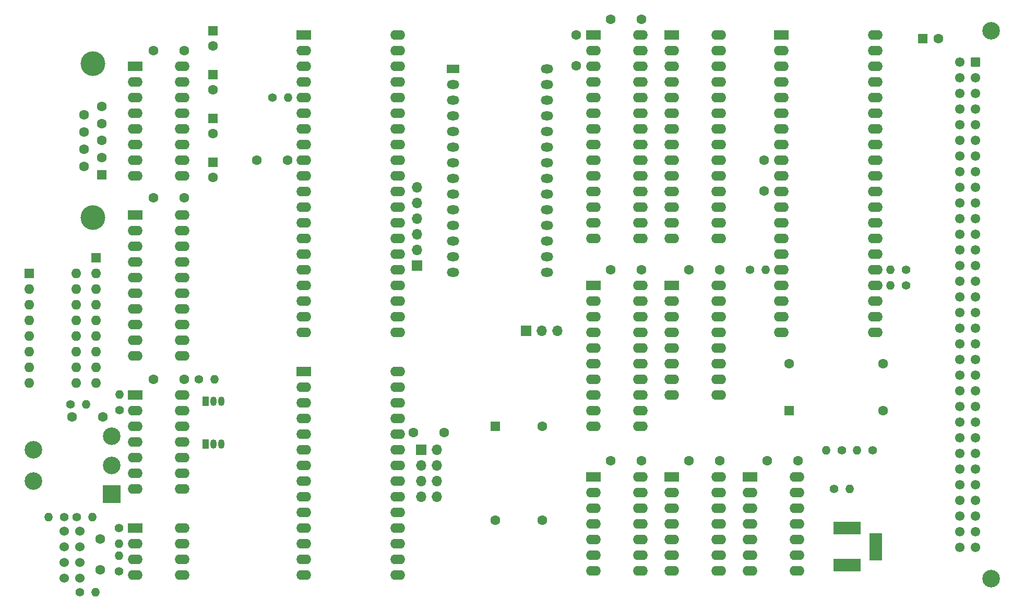
<source format=gbr>
%TF.GenerationSoftware,KiCad,Pcbnew,(6.0.4)*%
%TF.CreationDate,2022-09-27T18:30:23+02:00*%
%TF.ProjectId,Z80,5a38302e-6b69-4636-9164-5f7063625858,rev?*%
%TF.SameCoordinates,Original*%
%TF.FileFunction,Soldermask,Top*%
%TF.FilePolarity,Negative*%
%FSLAX46Y46*%
G04 Gerber Fmt 4.6, Leading zero omitted, Abs format (unit mm)*
G04 Created by KiCad (PCBNEW (6.0.4)) date 2022-09-27 18:30:23*
%MOMM*%
%LPD*%
G01*
G04 APERTURE LIST*
G04 Aperture macros list*
%AMRoundRect*
0 Rectangle with rounded corners*
0 $1 Rounding radius*
0 $2 $3 $4 $5 $6 $7 $8 $9 X,Y pos of 4 corners*
0 Add a 4 corners polygon primitive as box body*
4,1,4,$2,$3,$4,$5,$6,$7,$8,$9,$2,$3,0*
0 Add four circle primitives for the rounded corners*
1,1,$1+$1,$2,$3*
1,1,$1+$1,$4,$5*
1,1,$1+$1,$6,$7*
1,1,$1+$1,$8,$9*
0 Add four rect primitives between the rounded corners*
20,1,$1+$1,$2,$3,$4,$5,0*
20,1,$1+$1,$4,$5,$6,$7,0*
20,1,$1+$1,$6,$7,$8,$9,0*
20,1,$1+$1,$8,$9,$2,$3,0*%
G04 Aperture macros list end*
%ADD10C,1.400000*%
%ADD11O,1.400000X1.400000*%
%ADD12C,1.600000*%
%ADD13R,1.600000X1.600000*%
%ADD14R,2.400000X1.600000*%
%ADD15O,2.400000X1.600000*%
%ADD16R,1.700000X1.700000*%
%ADD17O,1.700000X1.700000*%
%ADD18C,2.850000*%
%ADD19RoundRect,0.249999X-0.525001X0.525001X-0.525001X-0.525001X0.525001X-0.525001X0.525001X0.525001X0*%
%ADD20C,1.550000*%
%ADD21O,1.600000X1.600000*%
%ADD22C,4.000000*%
%ADD23R,1.050000X1.500000*%
%ADD24O,1.050000X1.500000*%
%ADD25R,2.000000X1.440000*%
%ADD26O,2.000000X1.440000*%
%ADD27C,1.524000*%
%ADD28R,4.500000X2.000000*%
%ADD29R,2.000000X4.500000*%
%ADD30R,2.850000X2.850000*%
G04 APERTURE END LIST*
D10*
%TO.C,R15*%
X169875200Y-119354600D03*
D11*
X172415200Y-119354600D03*
%TD*%
D10*
%TO.C,R14*%
X176099000Y-113106200D03*
D11*
X173559000Y-113106200D03*
%TD*%
D10*
%TO.C,R13*%
X171145200Y-113106200D03*
D11*
X168605200Y-113106200D03*
%TD*%
D12*
%TO.C,C10*%
X64476000Y-101600000D03*
X59476000Y-101600000D03*
%TD*%
D13*
%TO.C,C1*%
X69088000Y-52157621D03*
D12*
X69088000Y-54657621D03*
%TD*%
D10*
%TO.C,R3*%
X181560000Y-83820000D03*
D11*
X179020000Y-83820000D03*
%TD*%
D13*
%TO.C,C4*%
X69088000Y-45045621D03*
D12*
X69088000Y-47545621D03*
%TD*%
D14*
%TO.C,U5*%
X143520000Y-86350000D03*
D15*
X143520000Y-88890000D03*
X143520000Y-91430000D03*
X143520000Y-93970000D03*
X143520000Y-96510000D03*
X143520000Y-99050000D03*
X143520000Y-101590000D03*
X143520000Y-104130000D03*
X151140000Y-104130000D03*
X151140000Y-101590000D03*
X151140000Y-99050000D03*
X151140000Y-96510000D03*
X151140000Y-93970000D03*
X151140000Y-91430000D03*
X151140000Y-88890000D03*
X151140000Y-86350000D03*
%TD*%
D16*
%TO.C,J3*%
X119903000Y-93726000D03*
D17*
X122443000Y-93726000D03*
X124983000Y-93726000D03*
%TD*%
D14*
%TO.C,U7*%
X156220000Y-117470000D03*
D15*
X156220000Y-120010000D03*
X156220000Y-122550000D03*
X156220000Y-125090000D03*
X156220000Y-127630000D03*
X156220000Y-130170000D03*
X156220000Y-132710000D03*
X163840000Y-132710000D03*
X163840000Y-130170000D03*
X163840000Y-127630000D03*
X163840000Y-125090000D03*
X163840000Y-122550000D03*
X163840000Y-120010000D03*
X163840000Y-117470000D03*
%TD*%
D18*
%TO.C,J6*%
X195320000Y-133985000D03*
X195320000Y-45085000D03*
D19*
X192780000Y-50165000D03*
D20*
X192780000Y-52705000D03*
X192780000Y-55245000D03*
X192780000Y-57785000D03*
X192780000Y-60325000D03*
X192780000Y-62865000D03*
X192780000Y-65405000D03*
X192780000Y-67945000D03*
X192780000Y-70485000D03*
X192780000Y-73025000D03*
X192780000Y-75565000D03*
X192780000Y-78105000D03*
X192780000Y-80645000D03*
X192780000Y-83185000D03*
X192780000Y-85725000D03*
X192780000Y-88265000D03*
X192780000Y-90805000D03*
X192780000Y-93345000D03*
X192780000Y-95885000D03*
X192780000Y-98425000D03*
X192780000Y-100965000D03*
X192780000Y-103505000D03*
X192780000Y-106045000D03*
X192780000Y-108585000D03*
X192780000Y-111125000D03*
X192780000Y-113665000D03*
X192780000Y-116205000D03*
X192780000Y-118745000D03*
X192780000Y-121285000D03*
X192780000Y-123825000D03*
X192780000Y-126365000D03*
X192780000Y-128905000D03*
X190240000Y-50165000D03*
X190240000Y-52705000D03*
X190240000Y-55245000D03*
X190240000Y-57785000D03*
X190240000Y-60325000D03*
X190240000Y-62865000D03*
X190240000Y-65405000D03*
X190240000Y-67945000D03*
X190240000Y-70485000D03*
X190240000Y-73025000D03*
X190240000Y-75565000D03*
X190240000Y-78105000D03*
X190240000Y-80645000D03*
X190240000Y-83185000D03*
X190240000Y-85725000D03*
X190240000Y-88265000D03*
X190240000Y-90805000D03*
X190240000Y-93345000D03*
X190240000Y-95885000D03*
X190240000Y-98425000D03*
X190240000Y-100965000D03*
X190240000Y-103505000D03*
X190240000Y-106045000D03*
X190240000Y-108585000D03*
X190240000Y-111125000D03*
X190240000Y-113665000D03*
X190240000Y-116205000D03*
X190240000Y-118745000D03*
X190240000Y-121285000D03*
X190240000Y-123825000D03*
X190240000Y-126365000D03*
X190240000Y-128905000D03*
%TD*%
D16*
%TO.C,J1*%
X102865000Y-113040000D03*
D17*
X105405000Y-113040000D03*
X102865000Y-115580000D03*
X105405000Y-115580000D03*
X102865000Y-118120000D03*
X105405000Y-118120000D03*
X102865000Y-120660000D03*
X105405000Y-120660000D03*
%TD*%
D13*
%TO.C,C2*%
X69088000Y-59269621D03*
D12*
X69088000Y-61769621D03*
%TD*%
D13*
%TO.C,C5*%
X69088000Y-66381621D03*
D12*
X69088000Y-68881621D03*
%TD*%
D14*
%TO.C,U6*%
X143520000Y-117470000D03*
D15*
X143520000Y-120010000D03*
X143520000Y-122550000D03*
X143520000Y-125090000D03*
X143520000Y-127630000D03*
X143520000Y-130170000D03*
X143520000Y-132710000D03*
X151140000Y-132710000D03*
X151140000Y-130170000D03*
X151140000Y-127630000D03*
X151140000Y-125090000D03*
X151140000Y-122550000D03*
X151140000Y-120010000D03*
X151140000Y-117470000D03*
%TD*%
D13*
%TO.C,RN1*%
X50165000Y-81915000D03*
D21*
X50165000Y-84455000D03*
X50165000Y-86995000D03*
X50165000Y-89535000D03*
X50165000Y-92075000D03*
X50165000Y-94615000D03*
X50165000Y-97155000D03*
X50165000Y-99695000D03*
X50165000Y-102235000D03*
%TD*%
D12*
%TO.C,C16*%
X138644000Y-83820000D03*
X133644000Y-83820000D03*
%TD*%
D13*
%TO.C,C7*%
X184267349Y-46355000D03*
D12*
X186767349Y-46355000D03*
%TD*%
D22*
%TO.C,J4*%
X49655331Y-50375000D03*
X49655331Y-75375000D03*
D13*
X51075331Y-68415000D03*
D12*
X51075331Y-65645000D03*
X51075331Y-62875000D03*
X51075331Y-60105000D03*
X51075331Y-57335000D03*
X48235331Y-67030000D03*
X48235331Y-64260000D03*
X48235331Y-61490000D03*
X48235331Y-58720000D03*
%TD*%
D23*
%TO.C,Q1*%
X67945000Y-112120000D03*
D24*
X69215000Y-112120000D03*
X70485000Y-112120000D03*
%TD*%
D10*
%TO.C,R7*%
X53975000Y-106630000D03*
D11*
X53975000Y-104090000D03*
%TD*%
D12*
%TO.C,C20*%
X151344000Y-114808000D03*
X146344000Y-114808000D03*
%TD*%
D14*
%TO.C,U9*%
X56525000Y-104135000D03*
D15*
X56525000Y-106675000D03*
X56525000Y-109215000D03*
X56525000Y-111755000D03*
X56525000Y-114295000D03*
X56525000Y-116835000D03*
X56525000Y-119375000D03*
X64145000Y-119375000D03*
X64145000Y-116835000D03*
X64145000Y-114295000D03*
X64145000Y-111755000D03*
X64145000Y-109215000D03*
X64145000Y-106675000D03*
X64145000Y-104135000D03*
%TD*%
D10*
%TO.C,R9*%
X66852000Y-101600000D03*
D11*
X69392000Y-101600000D03*
%TD*%
D25*
%TO.C,U4*%
X108042500Y-51200000D03*
D26*
X108042500Y-53740000D03*
X108042500Y-56280000D03*
X108042500Y-58820000D03*
X108042500Y-61360000D03*
X108042500Y-63900000D03*
X108042500Y-66440000D03*
X108042500Y-68980000D03*
X108042500Y-71520000D03*
X108042500Y-74060000D03*
X108042500Y-76600000D03*
X108042500Y-79140000D03*
X108042500Y-81680000D03*
X108042500Y-84220000D03*
X123282500Y-84220000D03*
X123282500Y-81680000D03*
X123282500Y-79140000D03*
X123282500Y-76600000D03*
X123282500Y-74060000D03*
X123282500Y-71520000D03*
X123282500Y-68980000D03*
X123282500Y-66440000D03*
X123282500Y-63900000D03*
X123282500Y-61360000D03*
X123282500Y-58820000D03*
X123282500Y-56280000D03*
X123282500Y-53740000D03*
X123282500Y-51200000D03*
%TD*%
D12*
%TO.C,C12*%
X81240000Y-66040000D03*
X76240000Y-66040000D03*
%TD*%
D10*
%TO.C,R11*%
X44958000Y-123952000D03*
D11*
X42418000Y-123952000D03*
%TD*%
D16*
%TO.C,J2*%
X102210000Y-83160000D03*
D17*
X102210000Y-80620000D03*
X102210000Y-78080000D03*
X102210000Y-75540000D03*
X102210000Y-73000000D03*
X102210000Y-70460000D03*
%TD*%
D12*
%TO.C,C3*%
X50800000Y-132548000D03*
X50800000Y-127548000D03*
%TD*%
%TO.C,C17*%
X158496000Y-71080000D03*
X158496000Y-66080000D03*
%TD*%
D27*
%TO.C,LED1*%
X47498000Y-126238000D03*
X47498000Y-128778000D03*
X44958000Y-126238000D03*
X44958000Y-128778000D03*
%TD*%
D12*
%TO.C,C6*%
X46268000Y-107696000D03*
X51268000Y-107696000D03*
%TD*%
%TO.C,C18*%
X151344000Y-83820000D03*
X146344000Y-83820000D03*
%TD*%
D13*
%TO.C,X2*%
X114935000Y-109220000D03*
D12*
X114935000Y-124460000D03*
X122555000Y-124460000D03*
X122555000Y-109220000D03*
%TD*%
D14*
%TO.C,U12*%
X56525000Y-74935000D03*
D15*
X56525000Y-77475000D03*
X56525000Y-80015000D03*
X56525000Y-82555000D03*
X56525000Y-85095000D03*
X56525000Y-87635000D03*
X56525000Y-90175000D03*
X56525000Y-92715000D03*
X56525000Y-95255000D03*
X56525000Y-97795000D03*
X64145000Y-97795000D03*
X64145000Y-95255000D03*
X64145000Y-92715000D03*
X64145000Y-90175000D03*
X64145000Y-87635000D03*
X64145000Y-85095000D03*
X64145000Y-82555000D03*
X64145000Y-80015000D03*
X64145000Y-77475000D03*
X64145000Y-74935000D03*
%TD*%
D14*
%TO.C,U15*%
X56525000Y-50790000D03*
D15*
X56525000Y-53330000D03*
X56525000Y-55870000D03*
X56525000Y-58410000D03*
X56525000Y-60950000D03*
X56525000Y-63490000D03*
X56525000Y-66030000D03*
X56525000Y-68570000D03*
X64145000Y-68570000D03*
X64145000Y-66030000D03*
X64145000Y-63490000D03*
X64145000Y-60950000D03*
X64145000Y-58410000D03*
X64145000Y-55870000D03*
X64145000Y-53330000D03*
X64145000Y-50790000D03*
%TD*%
D10*
%TO.C,R10*%
X46990000Y-123952000D03*
D11*
X49530000Y-123952000D03*
%TD*%
D28*
%TO.C,J5*%
X171958000Y-125778000D03*
X171958000Y-131778000D03*
D29*
X176658000Y-128778000D03*
%TD*%
D14*
%TO.C,U1*%
X161285000Y-45725000D03*
D15*
X161285000Y-48265000D03*
X161285000Y-50805000D03*
X161285000Y-53345000D03*
X161285000Y-55885000D03*
X161285000Y-58425000D03*
X161285000Y-60965000D03*
X161285000Y-63505000D03*
X161285000Y-66045000D03*
X161285000Y-68585000D03*
X161285000Y-71125000D03*
X161285000Y-73665000D03*
X161285000Y-76205000D03*
X161285000Y-78745000D03*
X161285000Y-81285000D03*
X161285000Y-83825000D03*
X161285000Y-86365000D03*
X161285000Y-88905000D03*
X161285000Y-91445000D03*
X161285000Y-93985000D03*
X176525000Y-93985000D03*
X176525000Y-91445000D03*
X176525000Y-88905000D03*
X176525000Y-86365000D03*
X176525000Y-83825000D03*
X176525000Y-81285000D03*
X176525000Y-78745000D03*
X176525000Y-76205000D03*
X176525000Y-73665000D03*
X176525000Y-71125000D03*
X176525000Y-68585000D03*
X176525000Y-66045000D03*
X176525000Y-63505000D03*
X176525000Y-60965000D03*
X176525000Y-58425000D03*
X176525000Y-55885000D03*
X176525000Y-53345000D03*
X176525000Y-50805000D03*
X176525000Y-48265000D03*
X176525000Y-45725000D03*
%TD*%
D12*
%TO.C,C15*%
X138644000Y-43180000D03*
X133644000Y-43180000D03*
%TD*%
D13*
%TO.C,SW1*%
X39320000Y-84445000D03*
D21*
X39320000Y-86985000D03*
X39320000Y-89525000D03*
X39320000Y-92065000D03*
X39320000Y-94605000D03*
X39320000Y-97145000D03*
X39320000Y-99685000D03*
X39320000Y-102225000D03*
X46940000Y-102225000D03*
X46940000Y-99685000D03*
X46940000Y-97145000D03*
X46940000Y-94605000D03*
X46940000Y-92065000D03*
X46940000Y-89525000D03*
X46940000Y-86985000D03*
X46940000Y-84445000D03*
%TD*%
D13*
%TO.C,X1*%
X162560000Y-106680000D03*
D12*
X177800000Y-106680000D03*
X177800000Y-99060000D03*
X162560000Y-99060000D03*
%TD*%
D10*
%TO.C,R12*%
X47498000Y-136144000D03*
D11*
X50038000Y-136144000D03*
%TD*%
D12*
%TO.C,C13*%
X101640000Y-110236000D03*
X106640000Y-110236000D03*
%TD*%
D30*
%TO.C,SW2*%
X52715620Y-120270000D03*
D18*
X52715620Y-115570000D03*
X52715620Y-110870000D03*
X40015620Y-113030000D03*
X40015620Y-118110000D03*
%TD*%
D10*
%TO.C,R6*%
X46024000Y-105664000D03*
D11*
X48564000Y-105664000D03*
%TD*%
D12*
%TO.C,C9*%
X64476000Y-72136000D03*
X59476000Y-72136000D03*
%TD*%
D10*
%TO.C,R2*%
X156260000Y-83820000D03*
D11*
X158800000Y-83820000D03*
%TD*%
D14*
%TO.C,U14*%
X83815000Y-45725000D03*
D15*
X83815000Y-48265000D03*
X83815000Y-50805000D03*
X83815000Y-53345000D03*
X83815000Y-55885000D03*
X83815000Y-58425000D03*
X83815000Y-60965000D03*
X83815000Y-63505000D03*
X83815000Y-66045000D03*
X83815000Y-68585000D03*
X83815000Y-71125000D03*
X83815000Y-73665000D03*
X83815000Y-76205000D03*
X83815000Y-78745000D03*
X83815000Y-81285000D03*
X83815000Y-83825000D03*
X83815000Y-86365000D03*
X83815000Y-88905000D03*
X83815000Y-91445000D03*
X83815000Y-93985000D03*
X99055000Y-93985000D03*
X99055000Y-91445000D03*
X99055000Y-88905000D03*
X99055000Y-86365000D03*
X99055000Y-83825000D03*
X99055000Y-81285000D03*
X99055000Y-78745000D03*
X99055000Y-76205000D03*
X99055000Y-73665000D03*
X99055000Y-71125000D03*
X99055000Y-68585000D03*
X99055000Y-66045000D03*
X99055000Y-63505000D03*
X99055000Y-60965000D03*
X99055000Y-58425000D03*
X99055000Y-55885000D03*
X99055000Y-53345000D03*
X99055000Y-50805000D03*
X99055000Y-48265000D03*
X99055000Y-45725000D03*
%TD*%
D12*
%TO.C,C14*%
X128016000Y-50760000D03*
X128016000Y-45760000D03*
%TD*%
D14*
%TO.C,U3*%
X130820000Y-45705000D03*
D15*
X130820000Y-48245000D03*
X130820000Y-50785000D03*
X130820000Y-53325000D03*
X130820000Y-55865000D03*
X130820000Y-58405000D03*
X130820000Y-60945000D03*
X130820000Y-63485000D03*
X130820000Y-66025000D03*
X130820000Y-68565000D03*
X130820000Y-71105000D03*
X130820000Y-73645000D03*
X130820000Y-76185000D03*
X130820000Y-78725000D03*
X138440000Y-78725000D03*
X138440000Y-76185000D03*
X138440000Y-73645000D03*
X138440000Y-71105000D03*
X138440000Y-68565000D03*
X138440000Y-66025000D03*
X138440000Y-63485000D03*
X138440000Y-60945000D03*
X138440000Y-58405000D03*
X138440000Y-55865000D03*
X138440000Y-53325000D03*
X138440000Y-50785000D03*
X138440000Y-48245000D03*
X138440000Y-45705000D03*
%TD*%
D14*
%TO.C,U8*%
X130820000Y-117470000D03*
D15*
X130820000Y-120010000D03*
X130820000Y-122550000D03*
X130820000Y-125090000D03*
X130820000Y-127630000D03*
X130820000Y-130170000D03*
X130820000Y-132710000D03*
X138440000Y-132710000D03*
X138440000Y-130170000D03*
X138440000Y-127630000D03*
X138440000Y-125090000D03*
X138440000Y-122550000D03*
X138440000Y-120010000D03*
X138440000Y-117470000D03*
%TD*%
D10*
%TO.C,R5*%
X53848000Y-125780000D03*
D11*
X53848000Y-128320000D03*
%TD*%
D14*
%TO.C,U10*%
X56525000Y-125740000D03*
D15*
X56525000Y-128280000D03*
X56525000Y-130820000D03*
X56525000Y-133360000D03*
X64145000Y-133360000D03*
X64145000Y-130820000D03*
X64145000Y-128280000D03*
X64145000Y-125740000D03*
%TD*%
D10*
%TO.C,R8*%
X53848000Y-132792000D03*
D11*
X53848000Y-130252000D03*
%TD*%
D10*
%TO.C,R1*%
X78790000Y-55880000D03*
D11*
X81330000Y-55880000D03*
%TD*%
D14*
%TO.C,U13*%
X83815000Y-100315000D03*
D15*
X83815000Y-102855000D03*
X83815000Y-105395000D03*
X83815000Y-107935000D03*
X83815000Y-110475000D03*
X83815000Y-113015000D03*
X83815000Y-115555000D03*
X83815000Y-118095000D03*
X83815000Y-120635000D03*
X83815000Y-123175000D03*
X83815000Y-125715000D03*
X83815000Y-128255000D03*
X83815000Y-130795000D03*
X83815000Y-133335000D03*
X99055000Y-133335000D03*
X99055000Y-130795000D03*
X99055000Y-128255000D03*
X99055000Y-125715000D03*
X99055000Y-123175000D03*
X99055000Y-120635000D03*
X99055000Y-118095000D03*
X99055000Y-115555000D03*
X99055000Y-113015000D03*
X99055000Y-110475000D03*
X99055000Y-107935000D03*
X99055000Y-105395000D03*
X99055000Y-102855000D03*
X99055000Y-100315000D03*
%TD*%
D12*
%TO.C,C8*%
X64476000Y-48260000D03*
X59476000Y-48260000D03*
%TD*%
D23*
%TO.C,Q2*%
X67945000Y-105135000D03*
D24*
X69215000Y-105135000D03*
X70485000Y-105135000D03*
%TD*%
D12*
%TO.C,C11*%
X164044000Y-114808000D03*
X159044000Y-114808000D03*
%TD*%
%TO.C,C19*%
X138644000Y-114808000D03*
X133644000Y-114808000D03*
%TD*%
D14*
%TO.C,U11*%
X130820000Y-86365000D03*
D15*
X130820000Y-88905000D03*
X130820000Y-91445000D03*
X130820000Y-93985000D03*
X130820000Y-96525000D03*
X130820000Y-99065000D03*
X130820000Y-101605000D03*
X130820000Y-104145000D03*
X130820000Y-106685000D03*
X130820000Y-109225000D03*
X138440000Y-109225000D03*
X138440000Y-106685000D03*
X138440000Y-104145000D03*
X138440000Y-101605000D03*
X138440000Y-99065000D03*
X138440000Y-96525000D03*
X138440000Y-93985000D03*
X138440000Y-91445000D03*
X138440000Y-88905000D03*
X138440000Y-86365000D03*
%TD*%
D27*
%TO.C,LED2*%
X47498000Y-131318000D03*
X47498000Y-133858000D03*
X44958000Y-131318000D03*
X44958000Y-133858000D03*
%TD*%
D10*
%TO.C,R4*%
X181560000Y-86360000D03*
D11*
X179020000Y-86360000D03*
%TD*%
D14*
%TO.C,U2*%
X143520000Y-45705000D03*
D15*
X143520000Y-48245000D03*
X143520000Y-50785000D03*
X143520000Y-53325000D03*
X143520000Y-55865000D03*
X143520000Y-58405000D03*
X143520000Y-60945000D03*
X143520000Y-63485000D03*
X143520000Y-66025000D03*
X143520000Y-68565000D03*
X143520000Y-71105000D03*
X143520000Y-73645000D03*
X143520000Y-76185000D03*
X143520000Y-78725000D03*
X151140000Y-78725000D03*
X151140000Y-76185000D03*
X151140000Y-73645000D03*
X151140000Y-71105000D03*
X151140000Y-68565000D03*
X151140000Y-66025000D03*
X151140000Y-63485000D03*
X151140000Y-60945000D03*
X151140000Y-58405000D03*
X151140000Y-55865000D03*
X151140000Y-53325000D03*
X151140000Y-50785000D03*
X151140000Y-48245000D03*
X151140000Y-45705000D03*
%TD*%
M02*

</source>
